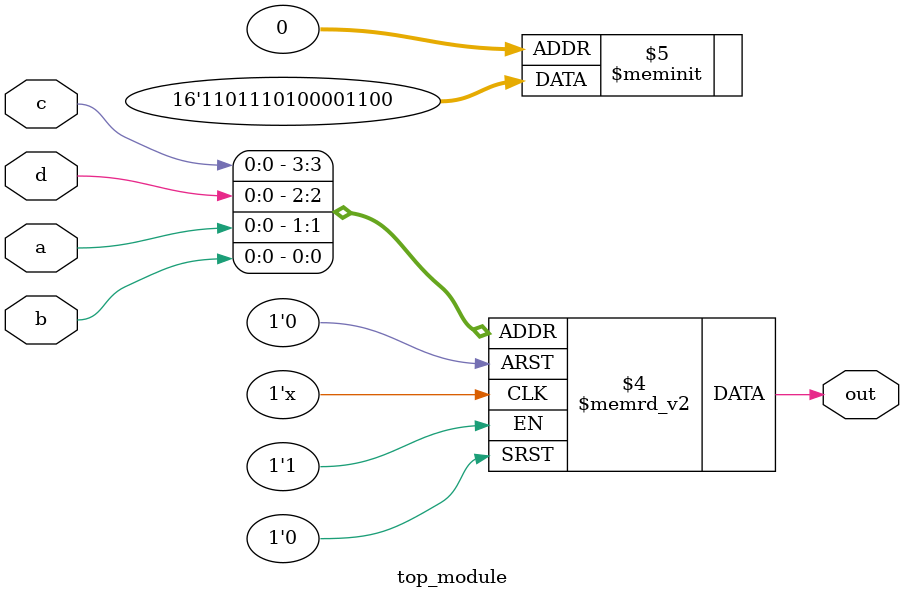
<source format=sv>
module top_module(
    input a,
    input b,
    input c,
    input d,
    output reg out
);

always @(*) begin
    case ({c, d, a, b})
        4'b0000: out = 1'b0; // ab=00, cd=00, d=don't-care
        4'b0001: out = 1'b0; // ab=01, cd=00, d=don't-care
        4'b0010: out = 1'b1; // ab=10, cd=00
        4'b0011: out = 1'b1; // ab=11, cd=00

        4'b0100: out = 1'b0; // ab=00, cd=01
        4'b0101: out = 1'b0; // ab=01, cd=01
        4'b0110: out = 1'b0; // ab=10, cd=01
        4'b0111: out = 1'b0; // ab=11, cd=01

        4'b1000: out = 1'b1; // ab=00, cd=10
        4'b1001: out = 1'b0; // ab=01, cd=10
        4'b1010: out = 1'b1; // ab=10, cd=10
        4'b1011: out = 1'b1; // ab=11, cd=10

        4'b1100: out = 1'b1; // ab=00, cd=11
        4'b1101: out = 1'b0; // ab=01, cd=11
        4'b1110: out = 1'b1; // ab=10, cd=11
        4'b1111: out = 1'b1; // ab=11, cd=11
        default: out = 1'b0;
    endcase
end

endmodule

</source>
